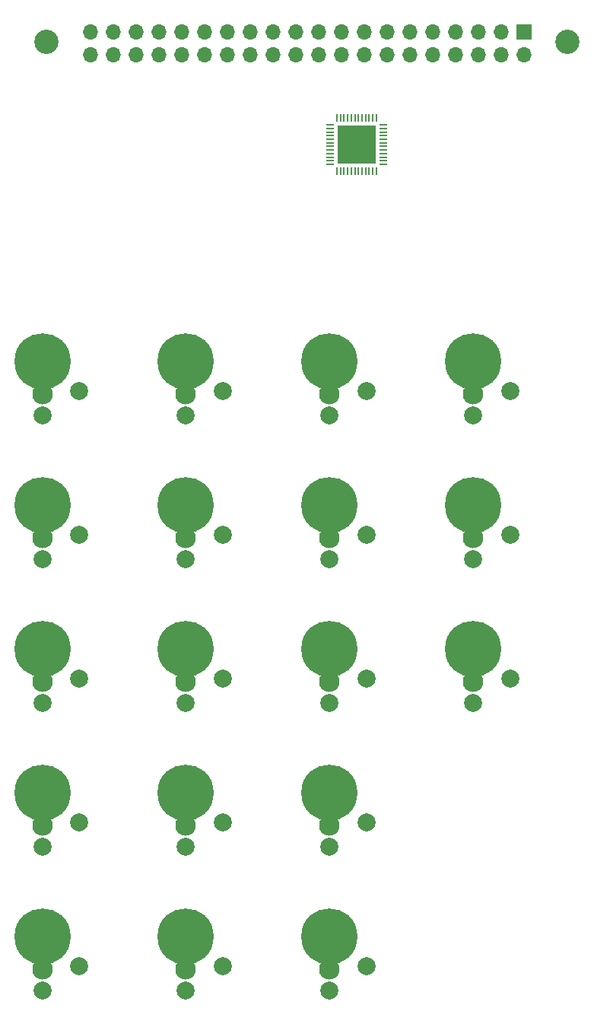
<source format=gbs>
G04 #@! TF.GenerationSoftware,KiCad,Pcbnew,9.0.3*
G04 #@! TF.CreationDate,2025-08-28T23:08:17-05:00*
G04 #@! TF.ProjectId,PiPhoneV0,50695068-6f6e-4655-9630-2e6b69636164,rev?*
G04 #@! TF.SameCoordinates,Original*
G04 #@! TF.FileFunction,Soldermask,Bot*
G04 #@! TF.FilePolarity,Negative*
%FSLAX46Y46*%
G04 Gerber Fmt 4.6, Leading zero omitted, Abs format (unit mm)*
G04 Created by KiCad (PCBNEW 9.0.3) date 2025-08-28 23:08:17*
%MOMM*%
%LPD*%
G01*
G04 APERTURE LIST*
G04 Aperture macros list*
%AMRoundRect*
0 Rectangle with rounded corners*
0 $1 Rounding radius*
0 $2 $3 $4 $5 $6 $7 $8 $9 X,Y pos of 4 corners*
0 Add a 4 corners polygon primitive as box body*
4,1,4,$2,$3,$4,$5,$6,$7,$8,$9,$2,$3,0*
0 Add four circle primitives for the rounded corners*
1,1,$1+$1,$2,$3*
1,1,$1+$1,$4,$5*
1,1,$1+$1,$6,$7*
1,1,$1+$1,$8,$9*
0 Add four rect primitives between the rounded corners*
20,1,$1+$1,$2,$3,$4,$5,0*
20,1,$1+$1,$4,$5,$6,$7,0*
20,1,$1+$1,$6,$7,$8,$9,0*
20,1,$1+$1,$8,$9,$2,$3,0*%
G04 Aperture macros list end*
%ADD10C,6.250000*%
%ADD11C,2.300000*%
%ADD12C,2.000000*%
%ADD13C,2.700000*%
%ADD14R,1.700000X1.700000*%
%ADD15O,1.700000X1.700000*%
%ADD16RoundRect,0.050000X-0.050000X0.375000X-0.050000X-0.375000X0.050000X-0.375000X0.050000X0.375000X0*%
%ADD17RoundRect,0.050000X-0.375000X0.050000X-0.375000X-0.050000X0.375000X-0.050000X0.375000X0.050000X0*%
%ADD18R,4.200000X4.200000*%
G04 APERTURE END LIST*
D10*
X119000000Y-196000000D03*
D11*
X119000000Y-199700000D03*
D12*
X119000000Y-202050000D03*
X123130000Y-199300000D03*
D10*
X103000000Y-196000000D03*
D11*
X103000000Y-199700000D03*
D12*
X103000000Y-202050000D03*
X107130000Y-199300000D03*
D10*
X135000000Y-196000000D03*
D11*
X135000000Y-199700000D03*
D12*
X135000000Y-202050000D03*
X139130000Y-199300000D03*
D10*
X135000000Y-148000000D03*
D11*
X135000000Y-151700000D03*
D12*
X135000000Y-154050000D03*
X139130000Y-151300000D03*
D10*
X103000000Y-132000000D03*
D11*
X103000000Y-135700000D03*
D12*
X103000000Y-138050000D03*
X107130000Y-135300000D03*
D10*
X151000000Y-132000000D03*
D11*
X151000000Y-135700000D03*
D12*
X151000000Y-138050000D03*
X155130000Y-135300000D03*
D10*
X135000000Y-164000000D03*
D11*
X135000000Y-167700000D03*
D12*
X135000000Y-170050000D03*
X139130000Y-167300000D03*
D13*
X103500000Y-96500000D03*
D10*
X103000000Y-180000000D03*
D11*
X103000000Y-183700000D03*
D12*
X103000000Y-186050000D03*
X107130000Y-183300000D03*
D10*
X119000000Y-180000000D03*
D11*
X119000000Y-183700000D03*
D12*
X119000000Y-186050000D03*
X123130000Y-183300000D03*
D10*
X119000000Y-148000000D03*
D11*
X119000000Y-151700000D03*
D12*
X119000000Y-154050000D03*
X123130000Y-151300000D03*
D10*
X119000000Y-132000000D03*
D11*
X119000000Y-135700000D03*
D12*
X119000000Y-138050000D03*
X123130000Y-135300000D03*
D10*
X119000000Y-164000000D03*
D11*
X119000000Y-167700000D03*
D12*
X119000000Y-170050000D03*
X123130000Y-167300000D03*
D10*
X135000000Y-180000000D03*
D11*
X135000000Y-183700000D03*
D12*
X135000000Y-186050000D03*
X139130000Y-183300000D03*
D10*
X103000000Y-148000000D03*
D11*
X103000000Y-151700000D03*
D12*
X103000000Y-154050000D03*
X107130000Y-151300000D03*
D10*
X151000000Y-148000000D03*
D11*
X151000000Y-151700000D03*
D12*
X151000000Y-154050000D03*
X155130000Y-151300000D03*
D13*
X161500000Y-96500000D03*
D10*
X151000000Y-164000000D03*
D11*
X151000000Y-167700000D03*
D12*
X151000000Y-170050000D03*
X155130000Y-167300000D03*
D10*
X103000000Y-164000000D03*
D11*
X103000000Y-167700000D03*
D12*
X103000000Y-170050000D03*
X107130000Y-167300000D03*
D10*
X135000000Y-132000000D03*
D11*
X135000000Y-135700000D03*
D12*
X135000000Y-138050000D03*
X139130000Y-135300000D03*
D14*
X156614807Y-95366838D03*
D15*
X156614807Y-97906838D03*
X154074807Y-95366838D03*
X154074807Y-97906838D03*
X151534807Y-95366838D03*
X151534807Y-97906838D03*
X148994807Y-95366838D03*
X148994807Y-97906838D03*
X146454807Y-95366838D03*
X146454807Y-97906838D03*
X143914807Y-95366838D03*
X143914807Y-97906838D03*
X141374807Y-95366838D03*
X141374807Y-97906838D03*
X138834807Y-95366838D03*
X138834807Y-97906838D03*
X136294807Y-95366838D03*
X136294807Y-97906838D03*
X133754807Y-95366838D03*
X133754807Y-97906838D03*
X131214807Y-95366838D03*
X131214807Y-97906838D03*
X128674807Y-95366838D03*
X128674807Y-97906838D03*
X126134807Y-95366838D03*
X126134807Y-97906838D03*
X123594807Y-95366838D03*
X123594807Y-97906838D03*
X121054807Y-95366838D03*
X121054807Y-97906838D03*
X118514807Y-95366838D03*
X118514807Y-97906838D03*
X115974807Y-95366838D03*
X115974807Y-97906838D03*
X113434807Y-95366838D03*
X113434807Y-97906838D03*
X110894807Y-95366838D03*
X110894807Y-97906838D03*
X108354807Y-95366838D03*
X108354807Y-97906838D03*
D16*
X135800000Y-104950000D03*
X136200000Y-104950000D03*
X136600000Y-104950000D03*
X137000000Y-104950000D03*
X137400000Y-104950000D03*
X137800000Y-104950000D03*
X138200000Y-104950000D03*
X138600000Y-104950000D03*
X139000000Y-104950000D03*
X139400000Y-104950000D03*
X139800000Y-104950000D03*
X140200000Y-104950000D03*
D17*
X140950000Y-105700000D03*
X140950000Y-106100000D03*
X140950000Y-106500000D03*
X140950000Y-106900000D03*
X140950000Y-107300000D03*
X140950000Y-107700000D03*
X140950000Y-108100000D03*
X140950000Y-108500000D03*
X140950000Y-108900000D03*
X140950000Y-109300000D03*
X140950000Y-109700000D03*
X140950000Y-110100000D03*
D16*
X140200000Y-110850000D03*
X139800000Y-110850000D03*
X139400000Y-110850000D03*
X139000000Y-110850000D03*
X138600000Y-110850000D03*
X138200000Y-110850000D03*
X137800000Y-110850000D03*
X137400000Y-110850000D03*
X137000000Y-110850000D03*
X136600000Y-110850000D03*
X136200000Y-110850000D03*
X135800000Y-110850000D03*
D17*
X135050000Y-110100000D03*
X135050000Y-109700000D03*
X135050000Y-109300000D03*
X135050000Y-108900000D03*
X135050000Y-108500000D03*
X135050000Y-108100000D03*
X135050000Y-107700000D03*
X135050000Y-107300000D03*
X135050000Y-106900000D03*
X135050000Y-106500000D03*
X135050000Y-106100000D03*
X135050000Y-105700000D03*
D18*
X138000000Y-107900000D03*
M02*

</source>
